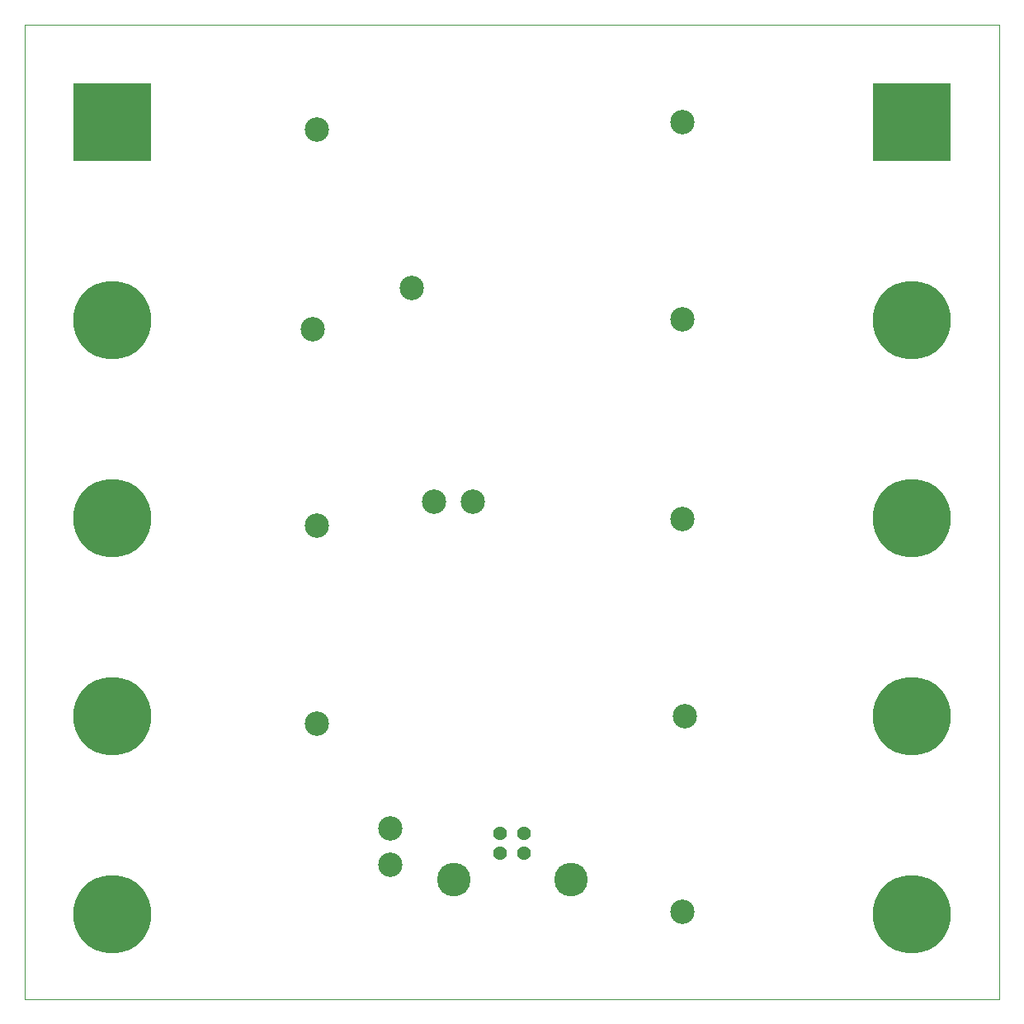
<source format=gbs>
%TF.GenerationSoftware,KiCad,Pcbnew,7.0.10*%
%TF.CreationDate,2024-02-21T11:02:04+01:00*%
%TF.ProjectId,CIFAM,43494641-4d2e-46b6-9963-61645f706362,rev?*%
%TF.SameCoordinates,Original*%
%TF.FileFunction,Soldermask,Bot*%
%TF.FilePolarity,Negative*%
%FSLAX46Y46*%
G04 Gerber Fmt 4.6, Leading zero omitted, Abs format (unit mm)*
G04 Created by KiCad (PCBNEW 7.0.10) date 2024-02-21 11:02:04*
%MOMM*%
%LPD*%
G01*
G04 APERTURE LIST*
%ADD10C,2.500000*%
%ADD11R,8.000000X8.000000*%
%ADD12O,8.000000X8.000000*%
%ADD13C,1.431111*%
%ADD14C,3.450000*%
%TA.AperFunction,Profile*%
%ADD15C,0.100000*%
%TD*%
G04 APERTURE END LIST*
D10*
%TO.C,SDA*%
X133300000Y-89600000D03*
%TD*%
%TO.C,OUTJ4*%
X121300000Y-112362500D03*
%TD*%
%TO.C,INJ3*%
X158800000Y-91412500D03*
%TD*%
%TO.C,INJ1*%
X158800000Y-50662500D03*
%TD*%
%TO.C,OUTJ3*%
X121300000Y-92062500D03*
%TD*%
%TO.C,2.048V*%
X131025000Y-67662500D03*
%TD*%
%TO.C,SCL*%
X137300000Y-89600000D03*
%TD*%
D11*
%TO.C,J2*%
X182297500Y-50657500D03*
D12*
X182297500Y-70977500D03*
X182297500Y-91297500D03*
X182297500Y-111617500D03*
X182297500Y-131937500D03*
%TD*%
D11*
%TO.C,J4*%
X100297500Y-50657500D03*
D12*
X100297500Y-70977500D03*
X100297500Y-91297500D03*
X100297500Y-111617500D03*
X100297500Y-131937500D03*
%TD*%
D13*
%TO.C,J1*%
X140050000Y-123672500D03*
X142550000Y-123672500D03*
X142550000Y-125672500D03*
X140050000Y-125672500D03*
D14*
X135280000Y-128382500D03*
X147320000Y-128382500D03*
%TD*%
D10*
%TO.C,OUTJ1*%
X121300000Y-51462500D03*
%TD*%
%TO.C,INJ4*%
X159050000Y-111662500D03*
%TD*%
%TO.C,5V*%
X128800000Y-123162500D03*
%TD*%
%TO.C,GND*%
X158800000Y-131662500D03*
%TD*%
%TO.C,OUTJ2*%
X120800000Y-71962500D03*
%TD*%
%TO.C,INJ2*%
X158800000Y-70912500D03*
%TD*%
%TO.C,3.3V*%
X128800000Y-126912500D03*
%TD*%
D15*
X191300000Y-140662500D02*
X91300000Y-140662500D01*
X91300000Y-40662500D02*
X191300000Y-40662500D01*
X91300000Y-140662500D02*
X91300000Y-40662500D01*
X191300000Y-40662500D02*
X191300000Y-140662500D01*
M02*

</source>
